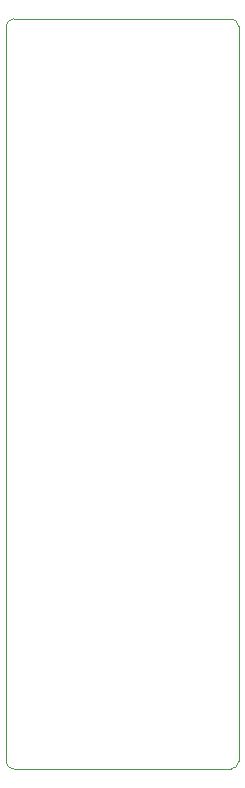
<source format=gbr>
%TF.GenerationSoftware,KiCad,Pcbnew,(5.1.8-0-10_14)*%
%TF.CreationDate,2021-06-08T16:32:41-06:00*%
%TF.ProjectId,scsi-50-flipper,73637369-2d35-4302-9d66-6c6970706572,rev?*%
%TF.SameCoordinates,Original*%
%TF.FileFunction,Profile,NP*%
%FSLAX46Y46*%
G04 Gerber Fmt 4.6, Leading zero omitted, Abs format (unit mm)*
G04 Created by KiCad (PCBNEW (5.1.8-0-10_14)) date 2021-06-08 16:32:41*
%MOMM*%
%LPD*%
G01*
G04 APERTURE LIST*
%TA.AperFunction,Profile*%
%ADD10C,0.050000*%
%TD*%
G04 APERTURE END LIST*
D10*
X138303000Y-129921000D02*
G75*
G02*
X137668000Y-130556000I-635000J0D01*
G01*
X119253000Y-130556000D02*
G75*
G02*
X118618000Y-129921000I0J635000D01*
G01*
X118618000Y-67691000D02*
G75*
G02*
X119253000Y-67056000I635000J0D01*
G01*
X137668000Y-67056000D02*
G75*
G02*
X138303000Y-67691000I0J-635000D01*
G01*
X137668000Y-130556000D02*
X119253000Y-130556000D01*
X138303000Y-67691000D02*
X138303000Y-129921000D01*
X119253000Y-67056000D02*
X137668000Y-67056000D01*
X118618000Y-129921000D02*
X118618000Y-67691000D01*
M02*

</source>
